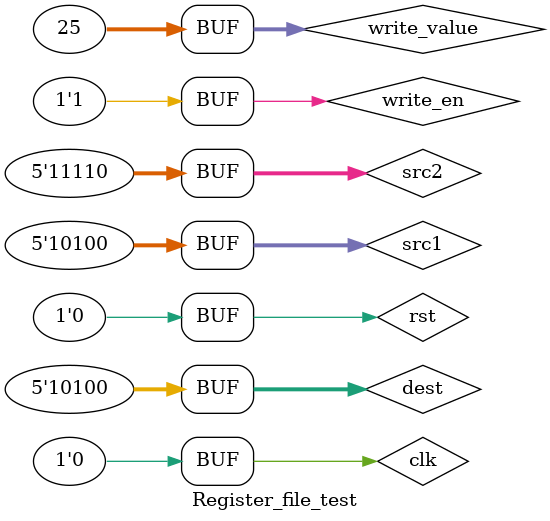
<source format=v>
module Register_file_test();
    reg clk, rst;
    reg[4:0] src1, src2, dest;
    reg write_en;
    reg[31:0] write_value;
    wire[31:0] out1, out2;
    Registers_file reg_file(clk, rst, src1, src2, dest, write_value,
            write_en, out1, out2);

    initial begin
        #10 rst = 1;
        #10 rst = 0;

        #10 write_en = 1;
        dest = 0;
        write_value = 5;
        #10 clk = 1;
        #10 clk = 0;

        #10 write_en = 1;
        dest = 1;
        write_value = 5;
        #10 clk = 1;
        #10 clk = 0;

        #10 src1 = 20;
        #10 src2 = 30;

        #10 write_en = 1;
        dest = 20;
        write_value = 25;
        #10 clk = 1;
        #10 clk = 0;

        #10 clk = 1;
        #10 clk = 0;

    end
endmodule
</source>
